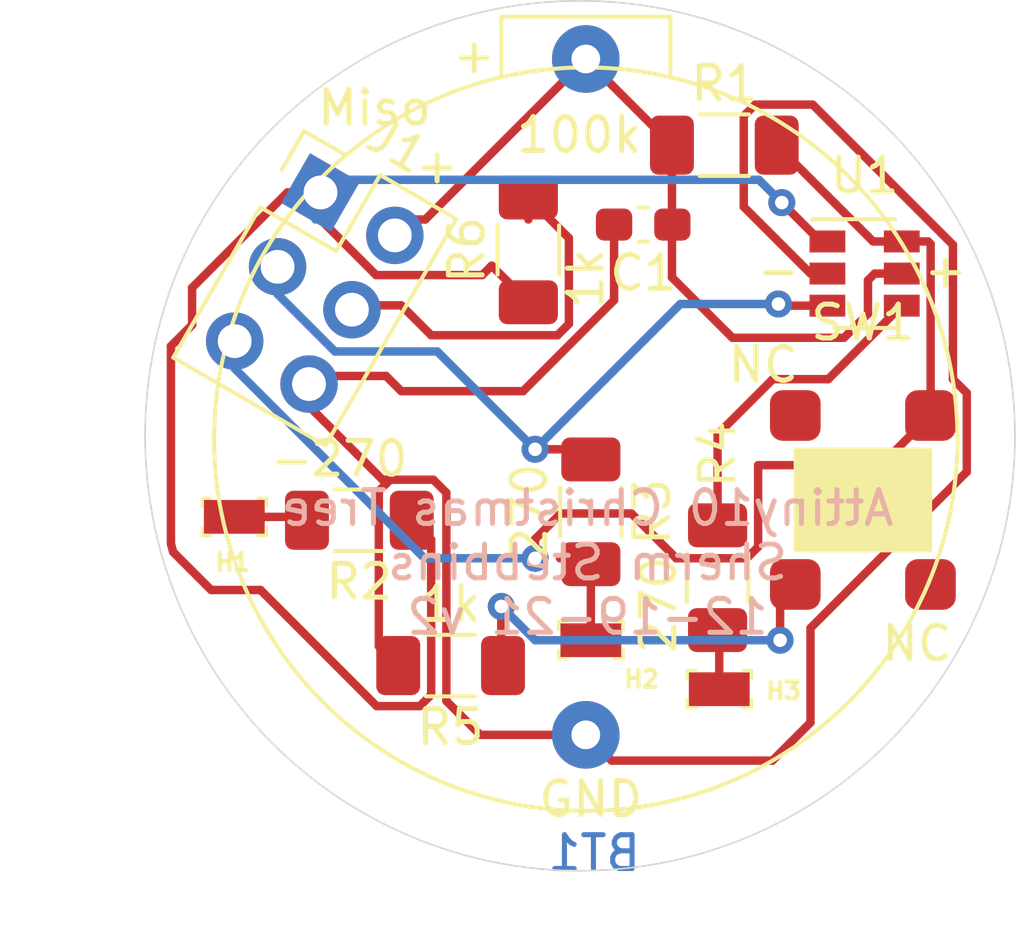
<source format=kicad_pcb>
(kicad_pcb (version 20171130) (host pcbnew "(5.1.12)-1")

  (general
    (thickness 1.6)
    (drawings 16)
    (tracks 129)
    (zones 0)
    (modules 14)
    (nets 12)
  )

  (page A4)
  (layers
    (0 F.Cu signal)
    (31 B.Cu signal)
    (32 B.Adhes user)
    (33 F.Adhes user)
    (34 B.Paste user)
    (35 F.Paste user)
    (36 B.SilkS user)
    (37 F.SilkS user)
    (38 B.Mask user)
    (39 F.Mask user)
    (40 Dwgs.User user)
    (41 Cmts.User user)
    (42 Eco1.User user)
    (43 Eco2.User user)
    (44 Edge.Cuts user)
    (45 Margin user)
    (46 B.CrtYd user)
    (47 F.CrtYd user)
    (48 B.Fab user)
    (49 F.Fab user)
  )

  (setup
    (last_trace_width 0.25)
    (trace_clearance 0.2)
    (zone_clearance 0.508)
    (zone_45_only no)
    (trace_min 0.2)
    (via_size 0.8)
    (via_drill 0.4)
    (via_min_size 0.4)
    (via_min_drill 0.3)
    (uvia_size 0.3)
    (uvia_drill 0.1)
    (uvias_allowed no)
    (uvia_min_size 0.2)
    (uvia_min_drill 0.1)
    (edge_width 0.05)
    (segment_width 0.2)
    (pcb_text_width 0.3)
    (pcb_text_size 1.5 1.5)
    (mod_edge_width 0.12)
    (mod_text_size 1 1)
    (mod_text_width 0.15)
    (pad_size 2 2)
    (pad_drill 0.85)
    (pad_to_mask_clearance 0)
    (aux_axis_origin 0 0)
    (visible_elements 7FFFFFFF)
    (pcbplotparams
      (layerselection 0x010fc_ffffffff)
      (usegerberextensions false)
      (usegerberattributes true)
      (usegerberadvancedattributes true)
      (creategerberjobfile true)
      (excludeedgelayer true)
      (linewidth 0.100000)
      (plotframeref false)
      (viasonmask false)
      (mode 1)
      (useauxorigin false)
      (hpglpennumber 1)
      (hpglpenspeed 20)
      (hpglpendiameter 15.000000)
      (psnegative false)
      (psa4output false)
      (plotreference true)
      (plotvalue true)
      (plotinvisibletext false)
      (padsonsilk false)
      (subtractmaskfromsilk false)
      (outputformat 1)
      (mirror false)
      (drillshape 1)
      (scaleselection 1)
      (outputdirectory ""))
  )

  (net 0 "")
  (net 1 VCC)
  (net 2 GND)
  (net 3 RST-PB3)
  (net 4 "Net-(J1-Pad4)")
  (net 5 SCK-PB1)
  (net 6 MisoPB0)
  (net 7 PB0)
  (net 8 PB1)
  (net 9 PB2)
  (net 10 "Net-(R4-Pad1)")
  (net 11 "Net-(R5-Pad1)")

  (net_class Default "This is the default net class."
    (clearance 0.2)
    (trace_width 0.25)
    (via_dia 0.8)
    (via_drill 0.4)
    (uvia_dia 0.3)
    (uvia_drill 0.1)
    (add_net GND)
    (add_net MisoPB0)
    (add_net "Net-(J1-Pad4)")
    (add_net "Net-(R4-Pad1)")
    (add_net "Net-(R5-Pad1)")
    (add_net PB0)
    (add_net PB1)
    (add_net PB2)
    (add_net RST-PB3)
    (add_net SCK-PB1)
    (add_net VCC)
  )

  (module digikey-footprints:PROBE_PAD_0603 (layer F.Cu) (tedit 5D2895A4) (tstamp 619CCCA4)
    (at 177.25 119.8)
    (path /619FF938)
    (attr smd)
    (fp_text reference H3 (at 1.9 0.05) (layer F.SilkS)
      (effects (font (size 0.5 0.5) (thickness 0.125)))
    )
    (fp_text value MountingHole_Pad (at 0 1.85) (layer F.Fab)
      (effects (font (size 1 1) (thickness 0.15)))
    )
    (fp_line (start 0.95 0.55) (end 0.95 0.3) (layer F.SilkS) (width 0.1))
    (fp_line (start 0.95 0.55) (end 0.7 0.55) (layer F.SilkS) (width 0.1))
    (fp_line (start -0.95 0.55) (end -0.7 0.55) (layer F.SilkS) (width 0.1))
    (fp_line (start -0.95 0.55) (end -0.95 0.3) (layer F.SilkS) (width 0.1))
    (fp_line (start -0.95 -0.55) (end -0.95 -0.3) (layer F.SilkS) (width 0.1))
    (fp_line (start -0.95 -0.55) (end -0.7 -0.55) (layer F.SilkS) (width 0.1))
    (fp_line (start 0.95 -0.55) (end 0.95 -0.3) (layer F.SilkS) (width 0.1))
    (fp_line (start 0.95 -0.55) (end 0.7 -0.55) (layer F.SilkS) (width 0.1))
    (fp_line (start 1.15 0.75) (end -1.15 0.75) (layer F.CrtYd) (width 0.05))
    (fp_line (start -1.15 -0.75) (end -1.15 0.75) (layer F.CrtYd) (width 0.05))
    (fp_line (start 1.15 -0.75) (end -1.15 -0.75) (layer F.CrtYd) (width 0.05))
    (fp_line (start 1.15 -0.75) (end 1.15 0.75) (layer F.CrtYd) (width 0.05))
    (fp_line (start -0.8 -0.4) (end 0.8 -0.4) (layer F.Fab) (width 0.1))
    (fp_line (start 0.8 0.4) (end 0.8 -0.4) (layer F.Fab) (width 0.1))
    (fp_line (start -0.8 0.4) (end -0.8 -0.4) (layer F.Fab) (width 0.1))
    (fp_line (start -0.8 0.4) (end 0.8 0.4) (layer F.Fab) (width 0.1))
    (fp_text user %R (at 0 0) (layer F.Fab)
      (effects (font (size 0.25 0.25) (thickness 0.025)))
    )
    (pad 1 smd rect (at 0 0) (size 1.8 1) (layers F.Cu F.Paste F.Mask)
      (net 9 PB2))
  )

  (module digikey-footprints:PROBE_PAD_0603 (layer F.Cu) (tedit 5D2895A4) (tstamp 619CD0C7)
    (at 173.45 118.35)
    (path /619FF2D1)
    (attr smd)
    (fp_text reference H2 (at 1.5 1.15) (layer F.SilkS)
      (effects (font (size 0.5 0.5) (thickness 0.125)))
    )
    (fp_text value MountingHole_Pad (at 0 1.85) (layer F.Fab)
      (effects (font (size 1 1) (thickness 0.15)))
    )
    (fp_line (start 0.95 0.55) (end 0.95 0.3) (layer F.SilkS) (width 0.1))
    (fp_line (start 0.95 0.55) (end 0.7 0.55) (layer F.SilkS) (width 0.1))
    (fp_line (start -0.95 0.55) (end -0.7 0.55) (layer F.SilkS) (width 0.1))
    (fp_line (start -0.95 0.55) (end -0.95 0.3) (layer F.SilkS) (width 0.1))
    (fp_line (start -0.95 -0.55) (end -0.95 -0.3) (layer F.SilkS) (width 0.1))
    (fp_line (start -0.95 -0.55) (end -0.7 -0.55) (layer F.SilkS) (width 0.1))
    (fp_line (start 0.95 -0.55) (end 0.95 -0.3) (layer F.SilkS) (width 0.1))
    (fp_line (start 0.95 -0.55) (end 0.7 -0.55) (layer F.SilkS) (width 0.1))
    (fp_line (start 1.15 0.75) (end -1.15 0.75) (layer F.CrtYd) (width 0.05))
    (fp_line (start -1.15 -0.75) (end -1.15 0.75) (layer F.CrtYd) (width 0.05))
    (fp_line (start 1.15 -0.75) (end -1.15 -0.75) (layer F.CrtYd) (width 0.05))
    (fp_line (start 1.15 -0.75) (end 1.15 0.75) (layer F.CrtYd) (width 0.05))
    (fp_line (start -0.8 -0.4) (end 0.8 -0.4) (layer F.Fab) (width 0.1))
    (fp_line (start 0.8 0.4) (end 0.8 -0.4) (layer F.Fab) (width 0.1))
    (fp_line (start -0.8 0.4) (end -0.8 -0.4) (layer F.Fab) (width 0.1))
    (fp_line (start -0.8 0.4) (end 0.8 0.4) (layer F.Fab) (width 0.1))
    (fp_text user %R (at 0 0) (layer F.Fab)
      (effects (font (size 0.25 0.25) (thickness 0.025)))
    )
    (pad 1 smd rect (at 0 0) (size 1.8 1) (layers F.Cu F.Paste F.Mask)
      (net 8 PB1))
  )

  (module digikey-footprints:PROBE_PAD_0603 (layer F.Cu) (tedit 5D2895A4) (tstamp 619CCC78)
    (at 162.9 114.7)
    (path /619FE1DE)
    (attr smd)
    (fp_text reference H1 (at -0.05 1.35) (layer F.SilkS)
      (effects (font (size 0.5 0.5) (thickness 0.125)))
    )
    (fp_text value MountingHole_Pad (at 0 1.85) (layer F.Fab)
      (effects (font (size 1 1) (thickness 0.15)))
    )
    (fp_line (start 0.95 0.55) (end 0.95 0.3) (layer F.SilkS) (width 0.1))
    (fp_line (start 0.95 0.55) (end 0.7 0.55) (layer F.SilkS) (width 0.1))
    (fp_line (start -0.95 0.55) (end -0.7 0.55) (layer F.SilkS) (width 0.1))
    (fp_line (start -0.95 0.55) (end -0.95 0.3) (layer F.SilkS) (width 0.1))
    (fp_line (start -0.95 -0.55) (end -0.95 -0.3) (layer F.SilkS) (width 0.1))
    (fp_line (start -0.95 -0.55) (end -0.7 -0.55) (layer F.SilkS) (width 0.1))
    (fp_line (start 0.95 -0.55) (end 0.95 -0.3) (layer F.SilkS) (width 0.1))
    (fp_line (start 0.95 -0.55) (end 0.7 -0.55) (layer F.SilkS) (width 0.1))
    (fp_line (start 1.15 0.75) (end -1.15 0.75) (layer F.CrtYd) (width 0.05))
    (fp_line (start -1.15 -0.75) (end -1.15 0.75) (layer F.CrtYd) (width 0.05))
    (fp_line (start 1.15 -0.75) (end -1.15 -0.75) (layer F.CrtYd) (width 0.05))
    (fp_line (start 1.15 -0.75) (end 1.15 0.75) (layer F.CrtYd) (width 0.05))
    (fp_line (start -0.8 -0.4) (end 0.8 -0.4) (layer F.Fab) (width 0.1))
    (fp_line (start 0.8 0.4) (end 0.8 -0.4) (layer F.Fab) (width 0.1))
    (fp_line (start -0.8 0.4) (end -0.8 -0.4) (layer F.Fab) (width 0.1))
    (fp_line (start -0.8 0.4) (end 0.8 0.4) (layer F.Fab) (width 0.1))
    (fp_text user %R (at 0 0) (layer F.Fab)
      (effects (font (size 0.25 0.25) (thickness 0.025)))
    )
    (pad 1 smd rect (at 0 0) (size 1.8 1) (layers F.Cu F.Paste F.Mask)
      (net 7 PB0))
  )

  (module Package_TO_SOT_SMD:SOT-23-6 (layer F.Cu) (tedit 5A02FF57) (tstamp 619C6010)
    (at 181.55 107.5)
    (descr "6-pin SOT-23 package")
    (tags SOT-23-6)
    (path /6177F764)
    (attr smd)
    (fp_text reference U1 (at 0 -2.9) (layer F.SilkS)
      (effects (font (size 1 1) (thickness 0.15)))
    )
    (fp_text value ATtiny10-TS (at 0 2.9) (layer F.Fab)
      (effects (font (size 1 1) (thickness 0.15)))
    )
    (fp_line (start 0.9 -1.55) (end 0.9 1.55) (layer F.Fab) (width 0.1))
    (fp_line (start 0.9 1.55) (end -0.9 1.55) (layer F.Fab) (width 0.1))
    (fp_line (start -0.9 -0.9) (end -0.9 1.55) (layer F.Fab) (width 0.1))
    (fp_line (start 0.9 -1.55) (end -0.25 -1.55) (layer F.Fab) (width 0.1))
    (fp_line (start -0.9 -0.9) (end -0.25 -1.55) (layer F.Fab) (width 0.1))
    (fp_line (start -1.9 -1.8) (end -1.9 1.8) (layer F.CrtYd) (width 0.05))
    (fp_line (start -1.9 1.8) (end 1.9 1.8) (layer F.CrtYd) (width 0.05))
    (fp_line (start 1.9 1.8) (end 1.9 -1.8) (layer F.CrtYd) (width 0.05))
    (fp_line (start 1.9 -1.8) (end -1.9 -1.8) (layer F.CrtYd) (width 0.05))
    (fp_line (start 0.9 -1.61) (end -1.55 -1.61) (layer F.SilkS) (width 0.12))
    (fp_line (start -0.9 1.61) (end 0.9 1.61) (layer F.SilkS) (width 0.12))
    (fp_text user %R (at 0 0 90) (layer F.Fab)
      (effects (font (size 0.5 0.5) (thickness 0.075)))
    )
    (pad 5 smd rect (at 1.1 0) (size 1.06 0.65) (layers F.Cu F.Paste F.Mask)
      (net 1 VCC))
    (pad 6 smd rect (at 1.1 -0.95) (size 1.06 0.65) (layers F.Cu F.Paste F.Mask)
      (net 3 RST-PB3))
    (pad 4 smd rect (at 1.1 0.95) (size 1.06 0.65) (layers F.Cu F.Paste F.Mask)
      (net 10 "Net-(R4-Pad1)"))
    (pad 3 smd rect (at -1.1 0.95) (size 1.06 0.65) (layers F.Cu F.Paste F.Mask)
      (net 5 SCK-PB1))
    (pad 2 smd rect (at -1.1 0) (size 1.06 0.65) (layers F.Cu F.Paste F.Mask)
      (net 2 GND))
    (pad 1 smd rect (at -1.1 -0.95) (size 1.06 0.65) (layers F.Cu F.Paste F.Mask)
      (net 6 MisoPB0))
    (model ${KISYS3DMOD}/Package_TO_SOT_SMD.3dshapes/SOT-23-6.wrl
      (at (xyz 0 0 0))
      (scale (xyz 1 1 1))
      (rotate (xyz 0 0 0))
    )
  )

  (module ++Sherms-Custom-Libs:Button_4mm-4pad (layer F.Cu) (tedit 61957075) (tstamp 619C5FFA)
    (at 181.5 111.7 180)
    (path /61788E4C)
    (fp_text reference SW1 (at 0 2.75) (layer F.SilkS)
      (effects (font (size 1 1) (thickness 0.15)))
    )
    (fp_text value SW_Push (at 0.5 4.25) (layer F.Fab)
      (effects (font (size 1 1) (thickness 0.15)))
    )
    (fp_line (start -3 1) (end -3 -6) (layer F.CrtYd) (width 0.12))
    (fp_line (start 3 1) (end -3 1) (layer F.CrtYd) (width 0.12))
    (fp_line (start 3 -6) (end 3 1) (layer F.CrtYd) (width 0.12))
    (fp_line (start -3 -6) (end 3 -6) (layer F.CrtYd) (width 0.12))
    (fp_poly (pts (xy 2 -1) (xy -2 -1) (xy -2 -4) (xy 2 -4)) (layer F.SilkS) (width 0.1))
    (pad 4 smd roundrect (at 2 0 180) (size 1.5 1.5) (layers F.Cu F.Paste F.Mask) (roundrect_rratio 0.25))
    (pad 3 smd roundrect (at -2 -5 180) (size 1.5 1.5) (layers F.Cu F.Paste F.Mask) (roundrect_rratio 0.25))
    (pad 2 smd roundrect (at 2 -5 180) (size 1.5 1.5) (layers F.Cu F.Paste F.Mask) (roundrect_rratio 0.25)
      (net 11 "Net-(R5-Pad1)"))
    (pad 1 smd roundrect (at -2 0 180) (size 1.5 1.5) (layers F.Cu F.Paste F.Mask) (roundrect_rratio 0.25)
      (net 3 RST-PB3))
  )

  (module Resistor_SMD:R_1206_3216Metric_Pad1.30x1.75mm_HandSolder (layer F.Cu) (tedit 5F68FEEE) (tstamp 619C5FED)
    (at 171.6 106.8 90)
    (descr "Resistor SMD 1206 (3216 Metric), square (rectangular) end terminal, IPC_7351 nominal with elongated pad for handsoldering. (Body size source: IPC-SM-782 page 72, https://www.pcb-3d.com/wordpress/wp-content/uploads/ipc-sm-782a_amendment_1_and_2.pdf), generated with kicad-footprint-generator")
    (tags "resistor handsolder")
    (path /6175D9F0)
    (attr smd)
    (fp_text reference R6 (at 0 -1.82 90) (layer F.SilkS)
      (effects (font (size 1 1) (thickness 0.15)))
    )
    (fp_text value 1k (at -0.85 1.7 90) (layer F.SilkS)
      (effects (font (size 1 1) (thickness 0.15)))
    )
    (fp_line (start 2.45 1.12) (end -2.45 1.12) (layer F.CrtYd) (width 0.05))
    (fp_line (start 2.45 -1.12) (end 2.45 1.12) (layer F.CrtYd) (width 0.05))
    (fp_line (start -2.45 -1.12) (end 2.45 -1.12) (layer F.CrtYd) (width 0.05))
    (fp_line (start -2.45 1.12) (end -2.45 -1.12) (layer F.CrtYd) (width 0.05))
    (fp_line (start -0.727064 0.91) (end 0.727064 0.91) (layer F.SilkS) (width 0.12))
    (fp_line (start -0.727064 -0.91) (end 0.727064 -0.91) (layer F.SilkS) (width 0.12))
    (fp_line (start 1.6 0.8) (end -1.6 0.8) (layer F.Fab) (width 0.1))
    (fp_line (start 1.6 -0.8) (end 1.6 0.8) (layer F.Fab) (width 0.1))
    (fp_line (start -1.6 -0.8) (end 1.6 -0.8) (layer F.Fab) (width 0.1))
    (fp_line (start -1.6 0.8) (end -1.6 -0.8) (layer F.Fab) (width 0.1))
    (fp_text user %R (at 0 0 90) (layer F.Fab)
      (effects (font (size 0.8 0.8) (thickness 0.12)))
    )
    (pad 2 smd roundrect (at 1.55 0 90) (size 1.3 1.75) (layers F.Cu F.Paste F.Mask) (roundrect_rratio 0.192308)
      (net 4 "Net-(J1-Pad4)"))
    (pad 1 smd roundrect (at -1.55 0 90) (size 1.3 1.75) (layers F.Cu F.Paste F.Mask) (roundrect_rratio 0.192308)
      (net 6 MisoPB0))
    (model ${KISYS3DMOD}/Resistor_SMD.3dshapes/R_1206_3216Metric.wrl
      (at (xyz 0 0 0))
      (scale (xyz 1 1 1))
      (rotate (xyz 0 0 0))
    )
  )

  (module Resistor_SMD:R_1206_3216Metric_Pad1.30x1.75mm_HandSolder (layer F.Cu) (tedit 5F68FEEE) (tstamp 619C5FDC)
    (at 169.3 119.1 180)
    (descr "Resistor SMD 1206 (3216 Metric), square (rectangular) end terminal, IPC_7351 nominal with elongated pad for handsoldering. (Body size source: IPC-SM-782 page 72, https://www.pcb-3d.com/wordpress/wp-content/uploads/ipc-sm-782a_amendment_1_and_2.pdf), generated with kicad-footprint-generator")
    (tags "resistor handsolder")
    (path /6178BF9C)
    (attr smd)
    (fp_text reference R5 (at 0 -1.82) (layer F.SilkS)
      (effects (font (size 1 1) (thickness 0.15)))
    )
    (fp_text value 1k (at 0 1.82) (layer F.SilkS)
      (effects (font (size 1 1) (thickness 0.15)))
    )
    (fp_line (start 2.45 1.12) (end -2.45 1.12) (layer F.CrtYd) (width 0.05))
    (fp_line (start 2.45 -1.12) (end 2.45 1.12) (layer F.CrtYd) (width 0.05))
    (fp_line (start -2.45 -1.12) (end 2.45 -1.12) (layer F.CrtYd) (width 0.05))
    (fp_line (start -2.45 1.12) (end -2.45 -1.12) (layer F.CrtYd) (width 0.05))
    (fp_line (start -0.727064 0.91) (end 0.727064 0.91) (layer F.SilkS) (width 0.12))
    (fp_line (start -0.727064 -0.91) (end 0.727064 -0.91) (layer F.SilkS) (width 0.12))
    (fp_line (start 1.6 0.8) (end -1.6 0.8) (layer F.Fab) (width 0.1))
    (fp_line (start 1.6 -0.8) (end 1.6 0.8) (layer F.Fab) (width 0.1))
    (fp_line (start -1.6 -0.8) (end 1.6 -0.8) (layer F.Fab) (width 0.1))
    (fp_line (start -1.6 0.8) (end -1.6 -0.8) (layer F.Fab) (width 0.1))
    (fp_text user %R (at 0 0) (layer F.Fab)
      (effects (font (size 0.8 0.8) (thickness 0.12)))
    )
    (pad 2 smd roundrect (at 1.55 0 180) (size 1.3 1.75) (layers F.Cu F.Paste F.Mask) (roundrect_rratio 0.192308)
      (net 2 GND))
    (pad 1 smd roundrect (at -1.55 0 180) (size 1.3 1.75) (layers F.Cu F.Paste F.Mask) (roundrect_rratio 0.192308)
      (net 11 "Net-(R5-Pad1)"))
    (model ${KISYS3DMOD}/Resistor_SMD.3dshapes/R_1206_3216Metric.wrl
      (at (xyz 0 0 0))
      (scale (xyz 1 1 1))
      (rotate (xyz 0 0 0))
    )
  )

  (module Resistor_SMD:R_1206_3216Metric_Pad1.30x1.75mm_HandSolder (layer F.Cu) (tedit 5F68FEEE) (tstamp 619C5FCB)
    (at 177.2 116.5 270)
    (descr "Resistor SMD 1206 (3216 Metric), square (rectangular) end terminal, IPC_7351 nominal with elongated pad for handsoldering. (Body size source: IPC-SM-782 page 72, https://www.pcb-3d.com/wordpress/wp-content/uploads/ipc-sm-782a_amendment_1_and_2.pdf), generated with kicad-footprint-generator")
    (tags "resistor handsolder")
    (path /61783AC8)
    (attr smd)
    (fp_text reference R4 (at -3.65 0 90) (layer F.SilkS)
      (effects (font (size 1 1) (thickness 0.15)))
    )
    (fp_text value 270 (at 0.8 1.75 90) (layer F.SilkS)
      (effects (font (size 1 1) (thickness 0.15)))
    )
    (fp_line (start 2.45 1.12) (end -2.45 1.12) (layer F.CrtYd) (width 0.05))
    (fp_line (start 2.45 -1.12) (end 2.45 1.12) (layer F.CrtYd) (width 0.05))
    (fp_line (start -2.45 -1.12) (end 2.45 -1.12) (layer F.CrtYd) (width 0.05))
    (fp_line (start -2.45 1.12) (end -2.45 -1.12) (layer F.CrtYd) (width 0.05))
    (fp_line (start -0.727064 0.91) (end 0.727064 0.91) (layer F.SilkS) (width 0.12))
    (fp_line (start -0.727064 -0.91) (end 0.727064 -0.91) (layer F.SilkS) (width 0.12))
    (fp_line (start 1.6 0.8) (end -1.6 0.8) (layer F.Fab) (width 0.1))
    (fp_line (start 1.6 -0.8) (end 1.6 0.8) (layer F.Fab) (width 0.1))
    (fp_line (start -1.6 -0.8) (end 1.6 -0.8) (layer F.Fab) (width 0.1))
    (fp_line (start -1.6 0.8) (end -1.6 -0.8) (layer F.Fab) (width 0.1))
    (fp_text user %R (at 0 0 90) (layer F.Fab)
      (effects (font (size 0.8 0.8) (thickness 0.12)))
    )
    (pad 2 smd roundrect (at 1.55 0 270) (size 1.3 1.75) (layers F.Cu F.Paste F.Mask) (roundrect_rratio 0.192308)
      (net 9 PB2))
    (pad 1 smd roundrect (at -1.55 0 270) (size 1.3 1.75) (layers F.Cu F.Paste F.Mask) (roundrect_rratio 0.192308)
      (net 10 "Net-(R4-Pad1)"))
    (model ${KISYS3DMOD}/Resistor_SMD.3dshapes/R_1206_3216Metric.wrl
      (at (xyz 0 0 0))
      (scale (xyz 1 1 1))
      (rotate (xyz 0 0 0))
    )
  )

  (module Resistor_SMD:R_1206_3216Metric_Pad1.30x1.75mm_HandSolder (layer F.Cu) (tedit 5F68FEEE) (tstamp 619C5FBA)
    (at 173.45 114.55 270)
    (descr "Resistor SMD 1206 (3216 Metric), square (rectangular) end terminal, IPC_7351 nominal with elongated pad for handsoldering. (Body size source: IPC-SM-782 page 72, https://www.pcb-3d.com/wordpress/wp-content/uploads/ipc-sm-782a_amendment_1_and_2.pdf), generated with kicad-footprint-generator")
    (tags "resistor handsolder")
    (path /6178428B)
    (attr smd)
    (fp_text reference R3 (at 0 -1.82 90) (layer F.SilkS)
      (effects (font (size 1 1) (thickness 0.15)))
    )
    (fp_text value 270 (at 0 1.82 90) (layer F.SilkS)
      (effects (font (size 1 1) (thickness 0.15)))
    )
    (fp_line (start 2.45 1.12) (end -2.45 1.12) (layer F.CrtYd) (width 0.05))
    (fp_line (start 2.45 -1.12) (end 2.45 1.12) (layer F.CrtYd) (width 0.05))
    (fp_line (start -2.45 -1.12) (end 2.45 -1.12) (layer F.CrtYd) (width 0.05))
    (fp_line (start -2.45 1.12) (end -2.45 -1.12) (layer F.CrtYd) (width 0.05))
    (fp_line (start -0.727064 0.91) (end 0.727064 0.91) (layer F.SilkS) (width 0.12))
    (fp_line (start -0.727064 -0.91) (end 0.727064 -0.91) (layer F.SilkS) (width 0.12))
    (fp_line (start 1.6 0.8) (end -1.6 0.8) (layer F.Fab) (width 0.1))
    (fp_line (start 1.6 -0.8) (end 1.6 0.8) (layer F.Fab) (width 0.1))
    (fp_line (start -1.6 -0.8) (end 1.6 -0.8) (layer F.Fab) (width 0.1))
    (fp_line (start -1.6 0.8) (end -1.6 -0.8) (layer F.Fab) (width 0.1))
    (fp_text user %R (at 0 0 90) (layer F.Fab)
      (effects (font (size 0.8 0.8) (thickness 0.12)))
    )
    (pad 2 smd roundrect (at 1.55 0 270) (size 1.3 1.75) (layers F.Cu F.Paste F.Mask) (roundrect_rratio 0.192308)
      (net 8 PB1))
    (pad 1 smd roundrect (at -1.55 0 270) (size 1.3 1.75) (layers F.Cu F.Paste F.Mask) (roundrect_rratio 0.192308)
      (net 5 SCK-PB1))
    (model ${KISYS3DMOD}/Resistor_SMD.3dshapes/R_1206_3216Metric.wrl
      (at (xyz 0 0 0))
      (scale (xyz 1 1 1))
      (rotate (xyz 0 0 0))
    )
  )

  (module Resistor_SMD:R_1206_3216Metric_Pad1.30x1.75mm_HandSolder (layer F.Cu) (tedit 5F68FEEE) (tstamp 619C5FA9)
    (at 166.6 114.8 180)
    (descr "Resistor SMD 1206 (3216 Metric), square (rectangular) end terminal, IPC_7351 nominal with elongated pad for handsoldering. (Body size source: IPC-SM-782 page 72, https://www.pcb-3d.com/wordpress/wp-content/uploads/ipc-sm-782a_amendment_1_and_2.pdf), generated with kicad-footprint-generator")
    (tags "resistor handsolder")
    (path /61784627)
    (attr smd)
    (fp_text reference R2 (at 0 -1.82) (layer F.SilkS)
      (effects (font (size 1 1) (thickness 0.15)))
    )
    (fp_text value 270 (at 0 1.82) (layer F.SilkS)
      (effects (font (size 1 1) (thickness 0.15)))
    )
    (fp_line (start 2.45 1.12) (end -2.45 1.12) (layer F.CrtYd) (width 0.05))
    (fp_line (start 2.45 -1.12) (end 2.45 1.12) (layer F.CrtYd) (width 0.05))
    (fp_line (start -2.45 -1.12) (end 2.45 -1.12) (layer F.CrtYd) (width 0.05))
    (fp_line (start -2.45 1.12) (end -2.45 -1.12) (layer F.CrtYd) (width 0.05))
    (fp_line (start -0.727064 0.91) (end 0.727064 0.91) (layer F.SilkS) (width 0.12))
    (fp_line (start -0.727064 -0.91) (end 0.727064 -0.91) (layer F.SilkS) (width 0.12))
    (fp_line (start 1.6 0.8) (end -1.6 0.8) (layer F.Fab) (width 0.1))
    (fp_line (start 1.6 -0.8) (end 1.6 0.8) (layer F.Fab) (width 0.1))
    (fp_line (start -1.6 -0.8) (end 1.6 -0.8) (layer F.Fab) (width 0.1))
    (fp_line (start -1.6 0.8) (end -1.6 -0.8) (layer F.Fab) (width 0.1))
    (fp_text user %R (at 0 0) (layer F.Fab)
      (effects (font (size 0.8 0.8) (thickness 0.12)))
    )
    (pad 2 smd roundrect (at 1.55 0 180) (size 1.3 1.75) (layers F.Cu F.Paste F.Mask) (roundrect_rratio 0.192308)
      (net 7 PB0))
    (pad 1 smd roundrect (at -1.55 0 180) (size 1.3 1.75) (layers F.Cu F.Paste F.Mask) (roundrect_rratio 0.192308)
      (net 6 MisoPB0))
    (model ${KISYS3DMOD}/Resistor_SMD.3dshapes/R_1206_3216Metric.wrl
      (at (xyz 0 0 0))
      (scale (xyz 1 1 1))
      (rotate (xyz 0 0 0))
    )
  )

  (module Resistor_SMD:R_1206_3216Metric_Pad1.30x1.75mm_HandSolder (layer F.Cu) (tedit 5F68FEEE) (tstamp 619C5F98)
    (at 177.4 103.7)
    (descr "Resistor SMD 1206 (3216 Metric), square (rectangular) end terminal, IPC_7351 nominal with elongated pad for handsoldering. (Body size source: IPC-SM-782 page 72, https://www.pcb-3d.com/wordpress/wp-content/uploads/ipc-sm-782a_amendment_1_and_2.pdf), generated with kicad-footprint-generator")
    (tags "resistor handsolder")
    (path /61789807)
    (attr smd)
    (fp_text reference R1 (at 0 -1.82) (layer F.SilkS)
      (effects (font (size 1 1) (thickness 0.15)))
    )
    (fp_text value 100k (at -4.3 -0.3) (layer F.SilkS)
      (effects (font (size 1 1) (thickness 0.15)))
    )
    (fp_line (start 2.45 1.12) (end -2.45 1.12) (layer F.CrtYd) (width 0.05))
    (fp_line (start 2.45 -1.12) (end 2.45 1.12) (layer F.CrtYd) (width 0.05))
    (fp_line (start -2.45 -1.12) (end 2.45 -1.12) (layer F.CrtYd) (width 0.05))
    (fp_line (start -2.45 1.12) (end -2.45 -1.12) (layer F.CrtYd) (width 0.05))
    (fp_line (start -0.727064 0.91) (end 0.727064 0.91) (layer F.SilkS) (width 0.12))
    (fp_line (start -0.727064 -0.91) (end 0.727064 -0.91) (layer F.SilkS) (width 0.12))
    (fp_line (start 1.6 0.8) (end -1.6 0.8) (layer F.Fab) (width 0.1))
    (fp_line (start 1.6 -0.8) (end 1.6 0.8) (layer F.Fab) (width 0.1))
    (fp_line (start -1.6 -0.8) (end 1.6 -0.8) (layer F.Fab) (width 0.1))
    (fp_line (start -1.6 0.8) (end -1.6 -0.8) (layer F.Fab) (width 0.1))
    (fp_text user %R (at 0 0) (layer F.Fab)
      (effects (font (size 0.8 0.8) (thickness 0.12)))
    )
    (pad 2 smd roundrect (at 1.55 0) (size 1.3 1.75) (layers F.Cu F.Paste F.Mask) (roundrect_rratio 0.192308)
      (net 3 RST-PB3))
    (pad 1 smd roundrect (at -1.55 0) (size 1.3 1.75) (layers F.Cu F.Paste F.Mask) (roundrect_rratio 0.192308)
      (net 1 VCC))
    (model ${KISYS3DMOD}/Resistor_SMD.3dshapes/R_1206_3216Metric.wrl
      (at (xyz 0 0 0))
      (scale (xyz 1 1 1))
      (rotate (xyz 0 0 0))
    )
  )

  (module Connector_PinHeader_2.54mm:PinHeader_2x03_P2.54mm_Vertical (layer F.Cu) (tedit 59FED5CC) (tstamp 619CDD3B)
    (at 165.45 105.1 330)
    (descr "Through hole straight pin header, 2x03, 2.54mm pitch, double rows")
    (tags "Through hole pin header THT 2x03 2.54mm double row")
    (path /6175B5E2)
    (fp_text reference J1 (at 1.27 -2.33 150) (layer F.SilkS)
      (effects (font (size 1 1) (thickness 0.15)))
    )
    (fp_text value CONN-2x3 (at 1.27 7.41 150) (layer F.Fab)
      (effects (font (size 1 1) (thickness 0.15)))
    )
    (fp_line (start 4.35 -1.8) (end -1.8 -1.8) (layer F.CrtYd) (width 0.05))
    (fp_line (start 4.35 6.85) (end 4.35 -1.8) (layer F.CrtYd) (width 0.05))
    (fp_line (start -1.8 6.85) (end 4.35 6.85) (layer F.CrtYd) (width 0.05))
    (fp_line (start -1.8 -1.8) (end -1.8 6.85) (layer F.CrtYd) (width 0.05))
    (fp_line (start -1.33 -1.33) (end 0 -1.33) (layer F.SilkS) (width 0.12))
    (fp_line (start -1.33 0) (end -1.33 -1.33) (layer F.SilkS) (width 0.12))
    (fp_line (start 1.27 -1.33) (end 3.87 -1.33) (layer F.SilkS) (width 0.12))
    (fp_line (start 1.27 1.27) (end 1.27 -1.33) (layer F.SilkS) (width 0.12))
    (fp_line (start -1.33 1.27) (end 1.27 1.27) (layer F.SilkS) (width 0.12))
    (fp_line (start 3.87 -1.33) (end 3.87 6.41) (layer F.SilkS) (width 0.12))
    (fp_line (start -1.33 1.27) (end -1.33 6.41) (layer F.SilkS) (width 0.12))
    (fp_line (start -1.33 6.41) (end 3.87 6.41) (layer F.SilkS) (width 0.12))
    (fp_line (start -1.27 0) (end 0 -1.27) (layer F.Fab) (width 0.1))
    (fp_line (start -1.27 6.35) (end -1.27 0) (layer F.Fab) (width 0.1))
    (fp_line (start 3.81 6.35) (end -1.27 6.35) (layer F.Fab) (width 0.1))
    (fp_line (start 3.81 -1.27) (end 3.81 6.35) (layer F.Fab) (width 0.1))
    (fp_line (start 0 -1.27) (end 3.81 -1.27) (layer F.Fab) (width 0.1))
    (fp_text user %R (at 1.27 2.54 60) (layer F.Fab)
      (effects (font (size 1 1) (thickness 0.15)))
    )
    (pad 6 thru_hole oval (at 2.54 5.08 330) (size 1.7 1.7) (drill 1) (layers *.Cu *.Mask)
      (net 2 GND))
    (pad 5 thru_hole oval (at 0 5.08 330) (size 1.7 1.7) (drill 1) (layers *.Cu *.Mask)
      (net 3 RST-PB3))
    (pad 4 thru_hole oval (at 2.54 2.54 330) (size 1.7 1.7) (drill 1) (layers *.Cu *.Mask)
      (net 4 "Net-(J1-Pad4)"))
    (pad 3 thru_hole oval (at 0 2.54 330) (size 1.7 1.7) (drill 1) (layers *.Cu *.Mask)
      (net 5 SCK-PB1))
    (pad 2 thru_hole oval (at 2.54 0 330) (size 1.7 1.7) (drill 1) (layers *.Cu *.Mask)
      (net 1 VCC))
    (pad 1 thru_hole rect (at 0 0 330) (size 1.7 1.7) (drill 1) (layers *.Cu *.Mask)
      (net 6 MisoPB0))
    (model ${KISYS3DMOD}/Connector_PinHeader_2.54mm.3dshapes/PinHeader_2x03_P2.54mm_Vertical.wrl
      (at (xyz 0 0 0))
      (scale (xyz 1 1 1))
      (rotate (xyz 0 0 0))
    )
  )

  (module Capacitor_SMD:C_0603_1608Metric_Pad1.08x0.95mm_HandSolder (layer F.Cu) (tedit 5F68FEEF) (tstamp 619C5F6B)
    (at 175 106.05 180)
    (descr "Capacitor SMD 0603 (1608 Metric), square (rectangular) end terminal, IPC_7351 nominal with elongated pad for handsoldering. (Body size source: IPC-SM-782 page 76, https://www.pcb-3d.com/wordpress/wp-content/uploads/ipc-sm-782a_amendment_1_and_2.pdf), generated with kicad-footprint-generator")
    (tags "capacitor handsolder")
    (path /617B22C4)
    (attr smd)
    (fp_text reference C1 (at 0 -1.43) (layer F.SilkS)
      (effects (font (size 1 1) (thickness 0.15)))
    )
    (fp_text value C_Small (at 0 1.43) (layer F.Fab)
      (effects (font (size 1 1) (thickness 0.15)))
    )
    (fp_line (start 1.65 0.73) (end -1.65 0.73) (layer F.CrtYd) (width 0.05))
    (fp_line (start 1.65 -0.73) (end 1.65 0.73) (layer F.CrtYd) (width 0.05))
    (fp_line (start -1.65 -0.73) (end 1.65 -0.73) (layer F.CrtYd) (width 0.05))
    (fp_line (start -1.65 0.73) (end -1.65 -0.73) (layer F.CrtYd) (width 0.05))
    (fp_line (start -0.146267 0.51) (end 0.146267 0.51) (layer F.SilkS) (width 0.12))
    (fp_line (start -0.146267 -0.51) (end 0.146267 -0.51) (layer F.SilkS) (width 0.12))
    (fp_line (start 0.8 0.4) (end -0.8 0.4) (layer F.Fab) (width 0.1))
    (fp_line (start 0.8 -0.4) (end 0.8 0.4) (layer F.Fab) (width 0.1))
    (fp_line (start -0.8 -0.4) (end 0.8 -0.4) (layer F.Fab) (width 0.1))
    (fp_line (start -0.8 0.4) (end -0.8 -0.4) (layer F.Fab) (width 0.1))
    (fp_text user %R (at 0 0) (layer F.Fab)
      (effects (font (size 0.4 0.4) (thickness 0.06)))
    )
    (pad 2 smd roundrect (at 0.8625 0 180) (size 1.075 0.95) (layers F.Cu F.Paste F.Mask) (roundrect_rratio 0.25)
      (net 2 GND))
    (pad 1 smd roundrect (at -0.8625 0 180) (size 1.075 0.95) (layers F.Cu F.Paste F.Mask) (roundrect_rratio 0.25)
      (net 1 VCC))
    (model ${KISYS3DMOD}/Capacitor_SMD.3dshapes/C_0603_1608Metric.wrl
      (at (xyz 0 0 0))
      (scale (xyz 1 1 1))
      (rotate (xyz 0 0 0))
    )
  )

  (module ++Sherms-Custom-Libs:CR2032-Battery-20mm-2pin-Dip (layer F.Cu) (tedit 61BF6C4B) (tstamp 619C5F5A)
    (at 173.3 122.4)
    (path /61781107)
    (fp_text reference BT1 (at 0.25 2.25) (layer B.Cu)
      (effects (font (size 1 1) (thickness 0.15)) (justify mirror))
    )
    (fp_text value Battery_Cell (at -0.25 3.75) (layer F.Fab)
      (effects (font (size 1 1) (thickness 0.15)))
    )
    (fp_circle (center 0 -10) (end 11 -10) (layer F.SilkS) (width 0.12))
    (fp_line (start 2.5 -20.75) (end 2.5 -22.5) (layer F.SilkS) (width 0.12))
    (fp_line (start 2.5 -22.5) (end -2.5 -22.5) (layer F.SilkS) (width 0.12))
    (fp_line (start -2.5 -22.5) (end -2.5 -20.75) (layer F.SilkS) (width 0.12))
    (pad 1 thru_hole circle (at 0 -21.25) (size 2 2) (drill 0.85) (layers *.Cu *.Mask)
      (net 1 VCC))
    (pad 2 thru_hole circle (at 0 -1.25) (size 2 2) (drill 0.85) (layers *.Cu *.Mask)
      (net 2 GND))
  )

  (gr_text - (at 179 107.4) (layer F.SilkS)
    (effects (font (size 1 1) (thickness 0.15)))
  )
  (gr_text + (at 183.95 107.4) (layer F.SilkS)
    (effects (font (size 1 1) (thickness 0.15)))
  )
  (gr_text NC (at 183.1 118.45) (layer F.SilkS)
    (effects (font (size 1 1) (thickness 0.15)))
  )
  (gr_text NC (at 178.55 110.2) (layer F.SilkS)
    (effects (font (size 1 1) (thickness 0.15)))
  )
  (gr_text GND (at 173.45 123.05) (layer F.SilkS)
    (effects (font (size 1 1) (thickness 0.15)))
  )
  (gr_text + (at 170 101.05) (layer F.SilkS) (tstamp 619CE353)
    (effects (font (size 1 1) (thickness 0.15)))
  )
  (gr_text Miso (at 167.05 102.6) (layer F.SilkS)
    (effects (font (size 1 1) (thickness 0.15)))
  )
  (gr_text - (at 164.6 113) (layer F.SilkS)
    (effects (font (size 1 1) (thickness 0.15)))
  )
  (gr_text + (at 168.9 104.3) (layer F.SilkS)
    (effects (font (size 1 1) (thickness 0.15)))
  )
  (gr_text "Attiny10 Christmas Tree\nSherm Stebbins\n12-19-21 v2" (at 173.35 116.05) (layer B.SilkS)
    (effects (font (size 1 1) (thickness 0.15)) (justify mirror))
  )
  (gr_text + (at 171.65 101) (layer Dwgs.User)
    (effects (font (size 1 1) (thickness 0.15)))
  )
  (gr_text - (at 171.75 121.05) (layer Dwgs.User)
    (effects (font (size 1 1) (thickness 0.15)))
  )
  (gr_text Tree3 (at 178 121.1) (layer Dwgs.User)
    (effects (font (size 1 1) (thickness 0.15)))
  )
  (gr_text Tree2 (at 173.15 122.75) (layer Dwgs.User)
    (effects (font (size 1 1) (thickness 0.15)))
  )
  (gr_text Tree1 (at 162.65 113.15) (layer Dwgs.User)
    (effects (font (size 1 1) (thickness 0.15)))
  )
  (gr_circle (center 173.129492 112.3) (end 185.329492 116.4) (layer Edge.Cuts) (width 0.05))

  (segment (start 175.3 103.15) (end 173.3 101.15) (width 0.25) (layer F.Cu) (net 1))
  (segment (start 175.6 103.15) (end 175.3 103.15) (width 0.25) (layer F.Cu) (net 1))
  (segment (start 168.55 105.9) (end 167.84 105.9) (width 0.25) (layer F.Cu) (net 1))
  (segment (start 173.3 101.15) (end 168.55 105.9) (width 0.25) (layer F.Cu) (net 1))
  (segment (start 182.65 107.5) (end 181.85 107.5) (width 0.25) (layer F.Cu) (net 1))
  (segment (start 180.940002 109.4) (end 181.65 108.690002) (width 0.25) (layer F.Cu) (net 1))
  (segment (start 177.6375 109.4) (end 180.940002 109.4) (width 0.25) (layer F.Cu) (net 1))
  (segment (start 175.85 107.6125) (end 177.6375 109.4) (width 0.25) (layer F.Cu) (net 1))
  (segment (start 175.85 103.7) (end 175.85 107.6125) (width 0.25) (layer F.Cu) (net 1))
  (segment (start 181.65 108.690002) (end 181.65 107.7) (width 0.25) (layer F.Cu) (net 1))
  (segment (start 181.85 107.5) (end 181.65 107.7) (width 0.25) (layer F.Cu) (net 1))
  (segment (start 167.17499 118.52499) (end 167.75 119.1) (width 0.25) (layer F.Cu) (net 2))
  (segment (start 167.17499 113.93682) (end 167.17499 118.52499) (width 0.25) (layer F.Cu) (net 2))
  (segment (start 167.51182 113.59999) (end 167.17499 113.93682) (width 0.25) (layer F.Cu) (net 2))
  (segment (start 168.78818 113.59999) (end 167.51182 113.59999) (width 0.25) (layer F.Cu) (net 2))
  (segment (start 169.17502 120.14958) (end 169.17502 113.98683) (width 0.25) (layer F.Cu) (net 2))
  (segment (start 170.17544 121.15) (end 169.17502 120.14958) (width 0.25) (layer F.Cu) (net 2))
  (segment (start 169.17502 113.98683) (end 168.78818 113.59999) (width 0.25) (layer F.Cu) (net 2))
  (segment (start 173.3 121.15) (end 170.17544 121.15) (width 0.25) (layer F.Cu) (net 2))
  (segment (start 174.1375 106.05) (end 173.855001 106.332499) (width 0.25) (layer F.Cu) (net 2))
  (segment (start 174.061999 121.911999) (end 173.3 121.15) (width 0.25) (layer F.Cu) (net 2))
  (segment (start 178.824411 121.911999) (end 174.061999 121.911999) (width 0.25) (layer F.Cu) (net 2))
  (segment (start 179.950009 120.786401) (end 178.824411 121.911999) (width 0.25) (layer F.Cu) (net 2))
  (segment (start 179.950009 117.989957) (end 179.950009 120.786401) (width 0.25) (layer F.Cu) (net 2))
  (segment (start 184.57501 113.364956) (end 179.950009 117.989957) (width 0.25) (layer F.Cu) (net 2))
  (segment (start 184.164956 110.62499) (end 184.57501 111.035044) (width 0.25) (layer F.Cu) (net 2))
  (segment (start 184.57501 111.035044) (end 184.57501 113.364956) (width 0.25) (layer F.Cu) (net 2))
  (segment (start 180.0164 102.49999) (end 184.164956 106.648546) (width 0.25) (layer F.Cu) (net 2))
  (segment (start 178.31182 102.49999) (end 180.0164 102.49999) (width 0.25) (layer F.Cu) (net 2))
  (segment (start 177.97499 102.83682) (end 178.31182 102.49999) (width 0.25) (layer F.Cu) (net 2))
  (segment (start 177.97499 105.524988) (end 177.97499 102.83682) (width 0.25) (layer F.Cu) (net 2))
  (segment (start 184.164956 106.648546) (end 184.164956 110.62499) (width 0.25) (layer F.Cu) (net 2))
  (segment (start 179.950002 107.5) (end 177.97499 105.524988) (width 0.25) (layer F.Cu) (net 2))
  (segment (start 180.45 107.5) (end 179.950002 107.5) (width 0.25) (layer F.Cu) (net 2))
  (segment (start 167.28358 113.59999) (end 167.51182 113.59999) (width 0.25) (layer F.Cu) (net 2))
  (segment (start 164.849991 110.793599) (end 164.849991 111.166401) (width 0.25) (layer F.Cu) (net 2))
  (segment (start 165.113599 110.529991) (end 164.849991 110.793599) (width 0.25) (layer F.Cu) (net 2))
  (segment (start 167.84 110.98) (end 167.389991 110.529991) (width 0.25) (layer F.Cu) (net 2))
  (segment (start 171.4446 110.98) (end 167.84 110.98) (width 0.25) (layer F.Cu) (net 2))
  (segment (start 167.389991 110.529991) (end 165.113599 110.529991) (width 0.25) (layer F.Cu) (net 2))
  (segment (start 174.1375 108.2871) (end 171.4446 110.98) (width 0.25) (layer F.Cu) (net 2))
  (segment (start 164.849991 111.166401) (end 167.28358 113.59999) (width 0.25) (layer F.Cu) (net 2))
  (segment (start 174.1375 106.05) (end 174.1375 108.2871) (width 0.25) (layer F.Cu) (net 2))
  (segment (start 178.40001 113.17001) (end 178.40001 115.58818) (width 0.25) (layer F.Cu) (net 3))
  (segment (start 178.40001 115.58818) (end 178.06318 115.92501) (width 0.25) (layer F.Cu) (net 3))
  (segment (start 182.02999 113.17001) (end 178.40001 113.17001) (width 0.25) (layer F.Cu) (net 3))
  (segment (start 183.5 111.7) (end 182.02999 113.17001) (width 0.25) (layer F.Cu) (net 3))
  (segment (start 181.8 106.55) (end 178.95 103.7) (width 0.25) (layer F.Cu) (net 3))
  (segment (start 182.65 106.55) (end 181.8 106.55) (width 0.25) (layer F.Cu) (net 3))
  (segment (start 183.505001 111.694999) (end 183.5 111.7) (width 0.25) (layer F.Cu) (net 3))
  (segment (start 183.505001 106.625001) (end 183.505001 111.694999) (width 0.25) (layer F.Cu) (net 3))
  (segment (start 183.43 106.55) (end 183.505001 106.625001) (width 0.25) (layer F.Cu) (net 3))
  (segment (start 182.65 106.55) (end 183.43 106.55) (width 0.25) (layer F.Cu) (net 3))
  (segment (start 172.53682 115.92501) (end 172.53682 115.92501) (width 0.25) (layer F.Cu) (net 3) (tstamp 619CE18F))
  (via (at 171.8 115.92501) (size 0.8) (drill 0.4) (layers F.Cu B.Cu) (net 3))
  (segment (start 162.91 110.308706) (end 162.91 109.499409) (width 0.25) (layer B.Cu) (net 3))
  (segment (start 168.526304 115.92501) (end 162.91 110.308706) (width 0.25) (layer B.Cu) (net 3))
  (segment (start 178.06318 115.92501) (end 175.97501 115.92501) (width 0.25) (layer F.Cu) (net 3))
  (segment (start 175.97501 115.92501) (end 174.65 114.6) (width 0.25) (layer F.Cu) (net 3))
  (segment (start 171.8 115.359325) (end 171.8 115.92501) (width 0.25) (layer F.Cu) (net 3))
  (segment (start 172.559325 114.6) (end 171.8 115.359325) (width 0.25) (layer F.Cu) (net 3))
  (segment (start 174.65 114.6) (end 172.559325 114.6) (width 0.25) (layer F.Cu) (net 3))
  (segment (start 171.8 115.92501) (end 168.526304 115.92501) (width 0.25) (layer B.Cu) (net 3))
  (segment (start 171.6 105.25) (end 171.6 105.9) (width 0.25) (layer F.Cu) (net 4))
  (segment (start 168.72501 109.32501) (end 167.84 108.44) (width 0.25) (layer F.Cu) (net 4))
  (segment (start 172.46318 109.32501) (end 168.72501 109.32501) (width 0.25) (layer F.Cu) (net 4))
  (segment (start 172.80001 108.98818) (end 172.46318 109.32501) (width 0.25) (layer F.Cu) (net 4))
  (segment (start 172.80001 106.45001) (end 172.80001 108.98818) (width 0.25) (layer F.Cu) (net 4))
  (segment (start 171.6 105.25) (end 172.80001 106.45001) (width 0.25) (layer F.Cu) (net 4))
  (segment (start 166.50941 108.44) (end 166.379705 108.569705) (width 0.25) (layer F.Cu) (net 4))
  (segment (start 167.84 108.44) (end 166.50941 108.44) (width 0.25) (layer F.Cu) (net 4))
  (via (at 179 108.4) (size 0.8) (drill 0.4) (layers F.Cu B.Cu) (net 5))
  (via (at 171.8 112.7) (size 0.8) (drill 0.4) (layers F.Cu B.Cu) (net 5))
  (segment (start 171.85 112.65) (end 171.8 112.7) (width 0.25) (layer F.Cu) (net 5))
  (segment (start 171.8 112.7) (end 168.904999 109.804999) (width 0.25) (layer B.Cu) (net 5))
  (segment (start 179.05 108.45) (end 179 108.4) (width 0.25) (layer F.Cu) (net 5))
  (segment (start 180.45 108.45) (end 179.05 108.45) (width 0.25) (layer F.Cu) (net 5))
  (segment (start 176.1 108.4) (end 171.8 112.7) (width 0.25) (layer B.Cu) (net 5))
  (segment (start 179 108.4) (end 176.1 108.4) (width 0.25) (layer B.Cu) (net 5))
  (segment (start 164.18 108.109002) (end 164.18 107.299705) (width 0.25) (layer B.Cu) (net 5))
  (segment (start 165.875997 109.804999) (end 164.18 108.109002) (width 0.25) (layer B.Cu) (net 5))
  (segment (start 168.904999 109.804999) (end 165.875997 109.804999) (width 0.25) (layer B.Cu) (net 5))
  (segment (start 173.15 112.7) (end 173.45 113) (width 0.25) (layer F.Cu) (net 5))
  (segment (start 171.8 112.7) (end 173.15 112.7) (width 0.25) (layer F.Cu) (net 5))
  (via (at 179.1 105.4) (size 0.8) (drill 0.4) (layers F.Cu B.Cu) (net 6))
  (segment (start 170.514999 107.264999) (end 171.6 108.35) (width 0.25) (layer F.Cu) (net 6))
  (segment (start 180.25 106.55) (end 179.1 105.4) (width 0.25) (layer F.Cu) (net 6))
  (segment (start 180.45 106.55) (end 180.25 106.55) (width 0.25) (layer F.Cu) (net 6))
  (segment (start 166.475001 104.724999) (end 165.3 105.9) (width 0.25) (layer B.Cu) (net 6))
  (segment (start 179.1 105.4) (end 178.424999 104.724999) (width 0.25) (layer B.Cu) (net 6))
  (segment (start 165.825001 104.724999) (end 165.45 105.1) (width 0.25) (layer B.Cu) (net 6))
  (segment (start 178.424999 104.724999) (end 165.825001 104.724999) (width 0.25) (layer B.Cu) (net 6))
  (segment (start 164.468505 105.1) (end 165.45 105.1) (width 0.25) (layer F.Cu) (net 6))
  (segment (start 168.15 114.8) (end 168.72501 115.37501) (width 0.25) (layer F.Cu) (net 6))
  (segment (start 168.72501 115.37501) (end 168.72501 119.96318) (width 0.25) (layer F.Cu) (net 6))
  (segment (start 163.674989 116.863179) (end 162.213179 116.863179) (width 0.25) (layer F.Cu) (net 6))
  (segment (start 168.72501 119.96318) (end 168.38818 120.30001) (width 0.25) (layer F.Cu) (net 6))
  (segment (start 161.091542 115.741542) (end 161.082425 115.710391) (width 0.25) (layer F.Cu) (net 6))
  (segment (start 167.11182 120.30001) (end 163.674989 116.863179) (width 0.25) (layer F.Cu) (net 6))
  (segment (start 162.213179 116.863179) (end 161.091542 115.741542) (width 0.25) (layer F.Cu) (net 6))
  (segment (start 168.38818 120.30001) (end 167.11182 120.30001) (width 0.25) (layer F.Cu) (net 6))
  (segment (start 161.082425 115.710391) (end 161.024129 115.497305) (width 0.25) (layer F.Cu) (net 6))
  (segment (start 161.024129 115.497305) (end 161.024129 109.646278) (width 0.25) (layer F.Cu) (net 6))
  (segment (start 161.65 109.020407) (end 161.65 107.918505) (width 0.25) (layer F.Cu) (net 6))
  (segment (start 161.024129 109.646278) (end 161.65 109.020407) (width 0.25) (layer F.Cu) (net 6))
  (segment (start 161.65 107.918505) (end 164.468505 105.1) (width 0.25) (layer F.Cu) (net 6))
  (segment (start 165.45 105.900998) (end 165.45 105.1) (width 0.25) (layer F.Cu) (net 6))
  (segment (start 167.094003 107.545001) (end 165.45 105.900998) (width 0.25) (layer F.Cu) (net 6))
  (segment (start 170.234997 107.545001) (end 167.094003 107.545001) (width 0.25) (layer F.Cu) (net 6))
  (segment (start 170.514999 107.264999) (end 170.234997 107.545001) (width 0.25) (layer F.Cu) (net 6))
  (segment (start 164.95 114.7) (end 165.05 114.8) (width 0.25) (layer F.Cu) (net 7))
  (segment (start 163.9 114.7) (end 164.95 114.7) (width 0.25) (layer F.Cu) (net 7))
  (segment (start 163.9 114.7) (end 162.9 114.7) (width 0.25) (layer F.Cu) (net 7))
  (segment (start 173.45 116.1) (end 173.45 118.35) (width 0.25) (layer F.Cu) (net 8))
  (segment (start 177.25 118.1) (end 177.2 118.05) (width 0.25) (layer F.Cu) (net 9))
  (segment (start 177.25 119.5) (end 177.25 118.1) (width 0.25) (layer F.Cu) (net 9))
  (segment (start 177.2 112.260034) (end 177.2 114.95) (width 0.25) (layer F.Cu) (net 10))
  (segment (start 178.835044 110.62499) (end 177.2 112.260034) (width 0.25) (layer F.Cu) (net 10))
  (segment (start 180.47501 110.62499) (end 178.835044 110.62499) (width 0.25) (layer F.Cu) (net 10))
  (segment (start 180.47501 110.62499) (end 182.65 108.45) (width 0.25) (layer F.Cu) (net 10))
  (via (at 170.8 117.35) (size 0.8) (drill 0.4) (layers F.Cu B.Cu) (net 11))
  (via (at 179.05 118.35) (size 0.8) (drill 0.4) (layers F.Cu B.Cu) (net 11))
  (segment (start 171.3 119.1) (end 170.85 119.1) (width 0.25) (layer F.Cu) (net 11))
  (segment (start 171.8 118.35) (end 170.8 117.35) (width 0.25) (layer B.Cu) (net 11))
  (segment (start 179.05 118.35) (end 171.8 118.35) (width 0.25) (layer B.Cu) (net 11))
  (segment (start 179.05 117.15) (end 179.5 116.7) (width 0.25) (layer F.Cu) (net 11))
  (segment (start 179.05 118.35) (end 179.05 117.15) (width 0.25) (layer F.Cu) (net 11))
  (segment (start 170.8 119.05) (end 170.85 119.1) (width 0.25) (layer F.Cu) (net 11))
  (segment (start 170.8 117.35) (end 170.8 119.05) (width 0.25) (layer F.Cu) (net 11))

)

</source>
